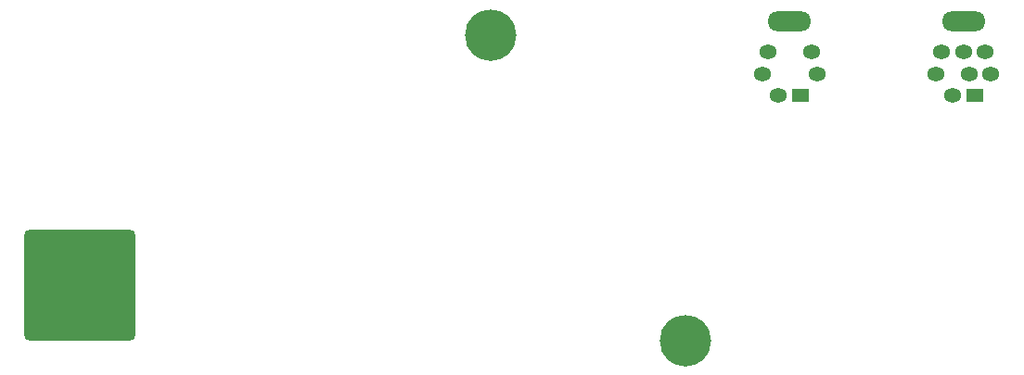
<source format=gbr>
%TF.GenerationSoftware,KiCad,Pcbnew,7.0.1-0*%
%TF.CreationDate,2023-06-08T23:36:29+08:00*%
%TF.ProjectId,FT817-BT-JDY67,46543831-372d-4425-942d-4a445936372e,20230608*%
%TF.SameCoordinates,Original*%
%TF.FileFunction,Soldermask,Bot*%
%TF.FilePolarity,Negative*%
%FSLAX46Y46*%
G04 Gerber Fmt 4.6, Leading zero omitted, Abs format (unit mm)*
G04 Created by KiCad (PCBNEW 7.0.1-0) date 2023-06-08 23:36:29*
%MOMM*%
%LPD*%
G01*
G04 APERTURE LIST*
G04 Aperture macros list*
%AMRoundRect*
0 Rectangle with rounded corners*
0 $1 Rounding radius*
0 $2 $3 $4 $5 $6 $7 $8 $9 X,Y pos of 4 corners*
0 Add a 4 corners polygon primitive as box body*
4,1,4,$2,$3,$4,$5,$6,$7,$8,$9,$2,$3,0*
0 Add four circle primitives for the rounded corners*
1,1,$1+$1,$2,$3*
1,1,$1+$1,$4,$5*
1,1,$1+$1,$6,$7*
1,1,$1+$1,$8,$9*
0 Add four rect primitives between the rounded corners*
20,1,$1+$1,$2,$3,$4,$5,0*
20,1,$1+$1,$4,$5,$6,$7,0*
20,1,$1+$1,$6,$7,$8,$9,0*
20,1,$1+$1,$8,$9,$2,$3,0*%
G04 Aperture macros list end*
%ADD10C,4.700000*%
%ADD11C,3.100000*%
%ADD12R,1.600000X1.300000*%
%ADD13O,1.600000X1.300000*%
%ADD14O,4.000000X1.800000*%
%ADD15C,10.000000*%
%ADD16RoundRect,0.508000X-4.572000X-4.572000X4.572000X-4.572000X4.572000X4.572000X-4.572000X4.572000X0*%
G04 APERTURE END LIST*
D10*
%TO.C,H2*%
X152400000Y-93980000D03*
D11*
X152400000Y-93980000D03*
%TD*%
D10*
%TO.C,H1*%
X134620000Y-66040000D03*
D11*
X134620000Y-66040000D03*
%TD*%
D12*
%TO.C,J1010*%
X162925000Y-71615000D03*
D13*
X160925000Y-71615000D03*
X164425000Y-69615000D03*
X159425000Y-69615000D03*
X163925000Y-67615000D03*
X159925000Y-67615000D03*
D14*
X161925000Y-64815000D03*
%TD*%
D12*
%TO.C,J1009*%
X178800000Y-71615000D03*
D13*
X176800000Y-71615000D03*
X180300000Y-69615000D03*
X178300000Y-69615000D03*
X175300000Y-69615000D03*
X179800000Y-67615000D03*
X177800000Y-67615000D03*
X175800000Y-67615000D03*
D14*
X177800000Y-64815000D03*
%TD*%
D15*
%TO.C,H3*%
X97155000Y-88900000D03*
D16*
X97155000Y-88900000D03*
%TD*%
M02*

</source>
